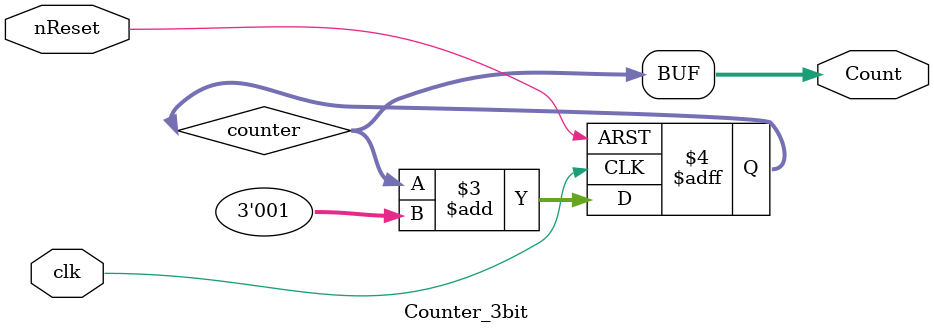
<source format=v>
module Counter_3bit(clk,nReset,Count);

	input clk,nReset;
	reg [2:0] counter;
	output [2:0] Count;

	always @(posedge clk or posedge nReset)
	begin
		if (nReset == 1'b1)
			counter <= 3'b0;
		else
			counter <= counter + 3'b1;
	end	

	assign Count = counter;

endmodule 
</source>
